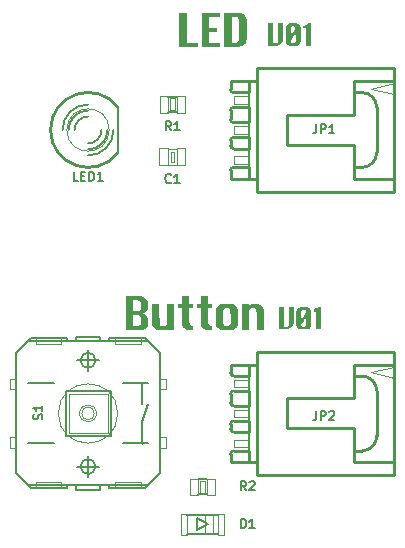
<source format=gto>
G04 (created by PCBNEW (2013-03-19 BZR 4004)-stable) date 2015/1/6 10:08:28*
%MOIN*%
G04 Gerber Fmt 3.4, Leading zero omitted, Abs format*
%FSLAX34Y34*%
G01*
G70*
G90*
G04 APERTURE LIST*
%ADD10C,0*%
%ADD11C,0.0026*%
%ADD12C,0.01*%
%ADD13C,0.005*%
%ADD14C,0.002*%
%ADD15C,0.006*%
%ADD16C,0.0001*%
%ADD17C,0.003*%
%ADD18C,0.001*%
%ADD19C,0.008*%
%ADD20C,0.004*%
G04 APERTURE END LIST*
G54D10*
G54D11*
X24559Y-14229D02*
X24559Y-14479D01*
X24559Y-14479D02*
X25059Y-14479D01*
X25059Y-14229D02*
X25059Y-14479D01*
X24559Y-14229D02*
X25059Y-14229D01*
X24559Y-15229D02*
X24559Y-15479D01*
X24559Y-15479D02*
X25059Y-15479D01*
X25059Y-15229D02*
X25059Y-15479D01*
X24559Y-15229D02*
X25059Y-15229D01*
X24559Y-16229D02*
X24559Y-16479D01*
X24559Y-16479D02*
X25059Y-16479D01*
X25059Y-16229D02*
X25059Y-16479D01*
X24559Y-16229D02*
X25059Y-16229D01*
G54D12*
X29871Y-17416D02*
X29871Y-16979D01*
X29871Y-16979D02*
X29871Y-13292D01*
X29871Y-13292D02*
X25309Y-13292D01*
X28559Y-14854D02*
X26309Y-14854D01*
X26309Y-14854D02*
X26309Y-15854D01*
X26309Y-15854D02*
X28559Y-15854D01*
X29871Y-13729D02*
X28559Y-13729D01*
X28559Y-13729D02*
X28559Y-14104D01*
X28559Y-14104D02*
X28559Y-14854D01*
X28559Y-15854D02*
X28559Y-16604D01*
X28559Y-16604D02*
X28559Y-16979D01*
X28559Y-16979D02*
X29871Y-16979D01*
X28559Y-14104D02*
X28809Y-14104D01*
X29309Y-14604D02*
X29309Y-16104D01*
X28809Y-16604D02*
X28559Y-16604D01*
X25309Y-13292D02*
X25309Y-17416D01*
X25309Y-17416D02*
X29871Y-17416D01*
X25309Y-13729D02*
X25059Y-13729D01*
X25059Y-13729D02*
X24434Y-13729D01*
X25059Y-13729D02*
X25059Y-14104D01*
G54D13*
X25059Y-14104D02*
X25059Y-14604D01*
G54D12*
X25059Y-14604D02*
X25059Y-15104D01*
G54D13*
X25059Y-15104D02*
X25059Y-15604D01*
G54D12*
X25059Y-15604D02*
X25059Y-15979D01*
X25059Y-14104D02*
X24534Y-14104D01*
X24434Y-14004D02*
X24434Y-13729D01*
X25059Y-14604D02*
X24534Y-14604D01*
X25059Y-15104D02*
X24534Y-15104D01*
X24434Y-15004D02*
X24434Y-14704D01*
X25059Y-15604D02*
X24534Y-15604D01*
X24434Y-15704D02*
X24434Y-15879D01*
X24534Y-15979D02*
X25059Y-15979D01*
X24434Y-16979D02*
X25059Y-16979D01*
X25059Y-16979D02*
X25309Y-16979D01*
G54D13*
X25059Y-15979D02*
X25059Y-16604D01*
G54D12*
X25059Y-16604D02*
X25059Y-16979D01*
X25059Y-16604D02*
X24534Y-16604D01*
X24434Y-16704D02*
X24434Y-16979D01*
G54D14*
X29871Y-13792D02*
X29121Y-13980D01*
X29121Y-13980D02*
X29871Y-14167D01*
X29871Y-14167D02*
X29871Y-13792D01*
G54D12*
X29309Y-14604D02*
G75*
G03X28809Y-14104I-500J0D01*
G74*
G01*
X28809Y-16604D02*
G75*
G03X29309Y-16104I0J500D01*
G74*
G01*
X24434Y-14004D02*
G75*
G03X24534Y-14104I100J0D01*
G74*
G01*
X24534Y-14604D02*
G75*
G03X24434Y-14704I0J-100D01*
G74*
G01*
X24434Y-15004D02*
G75*
G03X24534Y-15104I100J0D01*
G74*
G01*
X24534Y-15604D02*
G75*
G03X24434Y-15704I0J-100D01*
G74*
G01*
X24434Y-15879D02*
G75*
G03X24534Y-15979I100J0D01*
G74*
G01*
X24534Y-16604D02*
G75*
G03X24434Y-16704I0J-100D01*
G74*
G01*
G54D11*
X22660Y-14775D02*
X22915Y-14775D01*
X22915Y-14775D02*
X22915Y-14224D01*
X22660Y-14224D02*
X22915Y-14224D01*
X22660Y-14775D02*
X22660Y-14224D01*
X22080Y-14775D02*
X22336Y-14775D01*
X22336Y-14775D02*
X22336Y-14224D01*
X22080Y-14224D02*
X22336Y-14224D01*
X22080Y-14775D02*
X22080Y-14224D01*
X22422Y-14696D02*
X22578Y-14696D01*
X22578Y-14696D02*
X22578Y-14304D01*
X22422Y-14304D02*
X22578Y-14304D01*
X22422Y-14696D02*
X22422Y-14304D01*
G54D15*
X22339Y-14250D02*
X22661Y-14250D01*
X22339Y-14750D02*
X22661Y-14750D01*
G54D11*
X23660Y-27525D02*
X23915Y-27525D01*
X23915Y-27525D02*
X23915Y-26974D01*
X23660Y-26974D02*
X23915Y-26974D01*
X23660Y-27525D02*
X23660Y-26974D01*
X23080Y-27525D02*
X23336Y-27525D01*
X23336Y-27525D02*
X23336Y-26974D01*
X23080Y-26974D02*
X23336Y-26974D01*
X23080Y-27525D02*
X23080Y-26974D01*
X23422Y-27446D02*
X23578Y-27446D01*
X23578Y-27446D02*
X23578Y-27054D01*
X23422Y-27054D02*
X23578Y-27054D01*
X23422Y-27446D02*
X23422Y-27054D01*
G54D15*
X23339Y-27000D02*
X23661Y-27000D01*
X23339Y-27500D02*
X23661Y-27500D01*
G54D16*
G36*
X23352Y-12575D02*
X22727Y-12575D01*
X22727Y-11450D01*
X22977Y-11450D01*
X22977Y-12449D01*
X23352Y-12449D01*
X23352Y-12575D01*
X23352Y-12575D01*
X23352Y-12575D01*
G37*
G36*
X24099Y-11450D02*
X24098Y-11513D01*
X24096Y-11575D01*
X23909Y-11575D01*
X23723Y-11575D01*
X23723Y-11763D01*
X23723Y-11950D01*
X23848Y-11950D01*
X23972Y-11950D01*
X23972Y-12013D01*
X23972Y-12075D01*
X23848Y-12075D01*
X23723Y-12075D01*
X23723Y-12262D01*
X23723Y-12449D01*
X23909Y-12449D01*
X24097Y-12449D01*
X24097Y-12512D01*
X24097Y-12575D01*
X23785Y-12575D01*
X23473Y-12575D01*
X23473Y-12013D01*
X23473Y-11450D01*
X23787Y-11450D01*
X24099Y-11450D01*
X24099Y-11450D01*
X24099Y-11450D01*
G37*
G36*
X24971Y-12013D02*
X24971Y-12082D01*
X24971Y-12141D01*
X24971Y-12192D01*
X24971Y-12234D01*
X24971Y-12270D01*
X24970Y-12300D01*
X24970Y-12324D01*
X24969Y-12343D01*
X24968Y-12359D01*
X24967Y-12371D01*
X24966Y-12380D01*
X24965Y-12388D01*
X24963Y-12395D01*
X24962Y-12399D01*
X24954Y-12420D01*
X24943Y-12443D01*
X24936Y-12454D01*
X24920Y-12475D01*
X24900Y-12498D01*
X24876Y-12519D01*
X24854Y-12537D01*
X24834Y-12549D01*
X24823Y-12554D01*
X24813Y-12559D01*
X24802Y-12563D01*
X24790Y-12566D01*
X24776Y-12568D01*
X24760Y-12570D01*
X24739Y-12572D01*
X24720Y-12572D01*
X24720Y-12152D01*
X24720Y-12082D01*
X24720Y-12003D01*
X24720Y-12002D01*
X24719Y-11663D01*
X24705Y-11640D01*
X24690Y-11618D01*
X24673Y-11602D01*
X24652Y-11590D01*
X24627Y-11582D01*
X24594Y-11577D01*
X24554Y-11575D01*
X24540Y-11575D01*
X24471Y-11575D01*
X24471Y-12013D01*
X24471Y-12450D01*
X24550Y-12449D01*
X24580Y-12448D01*
X24603Y-12447D01*
X24619Y-12446D01*
X24631Y-12443D01*
X24641Y-12440D01*
X24651Y-12436D01*
X24654Y-12434D01*
X24678Y-12417D01*
X24699Y-12394D01*
X24713Y-12369D01*
X24716Y-12359D01*
X24717Y-12350D01*
X24718Y-12330D01*
X24719Y-12300D01*
X24720Y-12260D01*
X24720Y-12211D01*
X24720Y-12152D01*
X24720Y-12572D01*
X24714Y-12573D01*
X24683Y-12573D01*
X24646Y-12574D01*
X24601Y-12574D01*
X24548Y-12574D01*
X24490Y-12574D01*
X24221Y-12575D01*
X24221Y-12013D01*
X24221Y-11450D01*
X24495Y-11450D01*
X24769Y-11450D01*
X24802Y-11463D01*
X24837Y-11478D01*
X24868Y-11498D01*
X24898Y-11524D01*
X24904Y-11530D01*
X24927Y-11556D01*
X24943Y-11581D01*
X24956Y-11609D01*
X24961Y-11625D01*
X24963Y-11631D01*
X24965Y-11638D01*
X24966Y-11646D01*
X24967Y-11655D01*
X24968Y-11668D01*
X24969Y-11683D01*
X24970Y-11702D01*
X24970Y-11727D01*
X24971Y-11757D01*
X24971Y-11793D01*
X24971Y-11836D01*
X24971Y-11887D01*
X24971Y-11946D01*
X24971Y-12013D01*
X24971Y-12013D01*
X24971Y-12013D01*
G37*
G54D11*
X17285Y-23653D02*
X17085Y-23653D01*
X17085Y-23653D02*
X17085Y-24003D01*
X17285Y-24003D02*
X17085Y-24003D01*
X17285Y-23653D02*
X17285Y-24003D01*
X17285Y-25603D02*
X17085Y-25603D01*
X17085Y-25603D02*
X17085Y-25953D01*
X17285Y-25953D02*
X17085Y-25953D01*
X17285Y-25603D02*
X17285Y-25953D01*
X22285Y-25603D02*
X22085Y-25603D01*
X22085Y-25603D02*
X22085Y-25953D01*
X22285Y-25953D02*
X22085Y-25953D01*
X22285Y-25603D02*
X22285Y-25953D01*
X22285Y-23653D02*
X22085Y-23653D01*
X22085Y-23653D02*
X22085Y-24003D01*
X22285Y-24003D02*
X22085Y-24003D01*
X22285Y-23653D02*
X22285Y-24003D01*
X18785Y-27103D02*
X17935Y-27103D01*
X17935Y-27103D02*
X17935Y-27303D01*
X18785Y-27303D02*
X17935Y-27303D01*
X18785Y-27103D02*
X18785Y-27303D01*
X21435Y-27103D02*
X20585Y-27103D01*
X20585Y-27103D02*
X20585Y-27303D01*
X21435Y-27303D02*
X20585Y-27303D01*
X21435Y-27103D02*
X21435Y-27303D01*
X18785Y-22303D02*
X17935Y-22303D01*
X17935Y-22303D02*
X17935Y-22503D01*
X18785Y-22503D02*
X17935Y-22503D01*
X18785Y-22303D02*
X18785Y-22503D01*
X21435Y-22303D02*
X20585Y-22303D01*
X20585Y-22303D02*
X20585Y-22503D01*
X21435Y-22503D02*
X20585Y-22503D01*
X21435Y-22303D02*
X21435Y-22503D01*
G54D15*
X20435Y-25553D02*
X18935Y-25553D01*
X18935Y-24053D02*
X18935Y-25553D01*
X18935Y-24053D02*
X20435Y-24053D01*
X20435Y-25553D02*
X20435Y-24053D01*
G54D14*
X20335Y-25453D02*
X19035Y-25453D01*
X19035Y-24153D02*
X19035Y-25453D01*
X19035Y-24153D02*
X20335Y-24153D01*
X20335Y-25453D02*
X20335Y-24153D01*
G54D15*
X20085Y-27203D02*
X20085Y-27353D01*
X20085Y-27203D02*
X19285Y-27203D01*
X20085Y-27353D02*
X19285Y-27353D01*
X19285Y-27353D02*
X19285Y-27203D01*
X17285Y-26803D02*
X17685Y-27203D01*
X17685Y-27203D02*
X18985Y-27203D01*
X17285Y-26803D02*
X17285Y-26303D01*
X17285Y-25253D02*
X17285Y-26303D01*
X17285Y-25253D02*
X17285Y-24353D01*
X17285Y-23303D02*
X17285Y-24353D01*
X17685Y-22403D02*
X17285Y-22803D01*
X17285Y-22803D02*
X17285Y-23303D01*
X22085Y-25253D02*
X22085Y-26303D01*
X22085Y-25253D02*
X22085Y-24353D01*
X22085Y-23303D02*
X22085Y-24353D01*
X22085Y-23303D02*
X22085Y-22803D01*
X22085Y-22803D02*
X21685Y-22403D01*
X21685Y-22403D02*
X20385Y-22403D01*
X21685Y-27203D02*
X20385Y-27203D01*
X21685Y-27203D02*
X22085Y-26803D01*
X22085Y-26803D02*
X22085Y-26303D01*
X20085Y-22253D02*
X19285Y-22253D01*
X20085Y-22253D02*
X20085Y-22403D01*
X19285Y-22403D02*
X19285Y-22253D01*
X17685Y-27203D02*
X17785Y-27303D01*
X17785Y-27303D02*
X18985Y-27303D01*
X18985Y-27303D02*
X18985Y-27203D01*
X18985Y-27203D02*
X19285Y-27203D01*
X20385Y-27303D02*
X20385Y-27203D01*
X20385Y-27203D02*
X20085Y-27203D01*
X20385Y-27303D02*
X21585Y-27303D01*
X21685Y-27203D02*
X21585Y-27303D01*
X20085Y-22403D02*
X19285Y-22403D01*
X19285Y-22403D02*
X18985Y-22403D01*
X20385Y-22403D02*
X20385Y-22303D01*
X20385Y-22403D02*
X20085Y-22403D01*
X20385Y-22303D02*
X21585Y-22303D01*
X21585Y-22303D02*
X21685Y-22403D01*
X18985Y-22403D02*
X18985Y-22303D01*
X18985Y-22403D02*
X17685Y-22403D01*
X17785Y-22303D02*
X18985Y-22303D01*
X17685Y-22403D02*
X17785Y-22303D01*
X21685Y-25803D02*
X21485Y-25803D01*
X18535Y-25803D02*
X17685Y-25803D01*
X21685Y-23803D02*
X21485Y-23803D01*
X18535Y-23803D02*
X17685Y-23803D01*
X21485Y-25803D02*
X21485Y-25103D01*
X21485Y-25803D02*
X20835Y-25803D01*
X21485Y-25103D02*
X21685Y-24503D01*
X21485Y-24503D02*
X21485Y-23803D01*
X21485Y-23803D02*
X20835Y-23803D01*
G54D17*
X20674Y-24803D02*
G75*
G03X20674Y-24803I-989J0D01*
G74*
G01*
G54D18*
X19967Y-24803D02*
G75*
G03X19967Y-24803I-282J0D01*
G74*
G01*
X19897Y-24803D02*
G75*
G03X19897Y-24803I-212J0D01*
G74*
G01*
G54D17*
X21520Y-25803D02*
G75*
G03X21520Y-25803I-35J0D01*
G74*
G01*
X21520Y-23803D02*
G75*
G03X21520Y-23803I-35J0D01*
G74*
G01*
G54D13*
X19935Y-23033D02*
G75*
G03X19935Y-23033I-250J0D01*
G74*
G01*
X20039Y-23033D02*
X19331Y-23033D01*
X19685Y-22678D02*
X19685Y-23389D01*
X19935Y-26573D02*
G75*
G03X19935Y-26573I-250J0D01*
G74*
G01*
X20039Y-26573D02*
X19331Y-26573D01*
X19685Y-26217D02*
X19685Y-26928D01*
G54D11*
X24559Y-23678D02*
X24559Y-23928D01*
X24559Y-23928D02*
X25059Y-23928D01*
X25059Y-23678D02*
X25059Y-23928D01*
X24559Y-23678D02*
X25059Y-23678D01*
X24559Y-24678D02*
X24559Y-24928D01*
X24559Y-24928D02*
X25059Y-24928D01*
X25059Y-24678D02*
X25059Y-24928D01*
X24559Y-24678D02*
X25059Y-24678D01*
X24559Y-25678D02*
X24559Y-25928D01*
X24559Y-25928D02*
X25059Y-25928D01*
X25059Y-25678D02*
X25059Y-25928D01*
X24559Y-25678D02*
X25059Y-25678D01*
G54D12*
X29871Y-26865D02*
X29871Y-26428D01*
X29871Y-26428D02*
X29871Y-22741D01*
X29871Y-22741D02*
X25309Y-22741D01*
X28559Y-24303D02*
X26309Y-24303D01*
X26309Y-24303D02*
X26309Y-25303D01*
X26309Y-25303D02*
X28559Y-25303D01*
X29871Y-23178D02*
X28559Y-23178D01*
X28559Y-23178D02*
X28559Y-23553D01*
X28559Y-23553D02*
X28559Y-24303D01*
X28559Y-25303D02*
X28559Y-26053D01*
X28559Y-26053D02*
X28559Y-26428D01*
X28559Y-26428D02*
X29871Y-26428D01*
X28559Y-23553D02*
X28809Y-23553D01*
X29309Y-24053D02*
X29309Y-25553D01*
X28809Y-26053D02*
X28559Y-26053D01*
X25309Y-22741D02*
X25309Y-26865D01*
X25309Y-26865D02*
X29871Y-26865D01*
X25309Y-23178D02*
X25059Y-23178D01*
X25059Y-23178D02*
X24434Y-23178D01*
X25059Y-23178D02*
X25059Y-23553D01*
G54D13*
X25059Y-23553D02*
X25059Y-24053D01*
G54D12*
X25059Y-24053D02*
X25059Y-24553D01*
G54D13*
X25059Y-24553D02*
X25059Y-25053D01*
G54D12*
X25059Y-25053D02*
X25059Y-25428D01*
X25059Y-23553D02*
X24534Y-23553D01*
X24434Y-23453D02*
X24434Y-23178D01*
X25059Y-24053D02*
X24534Y-24053D01*
X25059Y-24553D02*
X24534Y-24553D01*
X24434Y-24453D02*
X24434Y-24153D01*
X25059Y-25053D02*
X24534Y-25053D01*
X24434Y-25153D02*
X24434Y-25328D01*
X24534Y-25428D02*
X25059Y-25428D01*
X24434Y-26428D02*
X25059Y-26428D01*
X25059Y-26428D02*
X25309Y-26428D01*
G54D13*
X25059Y-25428D02*
X25059Y-26053D01*
G54D12*
X25059Y-26053D02*
X25059Y-26428D01*
X25059Y-26053D02*
X24534Y-26053D01*
X24434Y-26153D02*
X24434Y-26428D01*
G54D14*
X29871Y-23241D02*
X29121Y-23429D01*
X29121Y-23429D02*
X29871Y-23616D01*
X29871Y-23616D02*
X29871Y-23241D01*
G54D12*
X29309Y-24053D02*
G75*
G03X28809Y-23553I-500J0D01*
G74*
G01*
X28809Y-26053D02*
G75*
G03X29309Y-25553I0J500D01*
G74*
G01*
X24434Y-23453D02*
G75*
G03X24534Y-23553I100J0D01*
G74*
G01*
X24534Y-24053D02*
G75*
G03X24434Y-24153I0J-100D01*
G74*
G01*
X24434Y-24453D02*
G75*
G03X24534Y-24553I100J0D01*
G74*
G01*
X24534Y-25053D02*
G75*
G03X24434Y-25153I0J-100D01*
G74*
G01*
X24434Y-25328D02*
G75*
G03X24534Y-25428I100J0D01*
G74*
G01*
X24534Y-26053D02*
G75*
G03X24434Y-26153I0J-100D01*
G74*
G01*
G54D11*
X24230Y-28160D02*
X24009Y-28160D01*
X24009Y-28160D02*
X24009Y-28840D01*
X24230Y-28840D02*
X24009Y-28840D01*
X24230Y-28160D02*
X24230Y-28840D01*
X22991Y-28160D02*
X22770Y-28160D01*
X22770Y-28160D02*
X22770Y-28840D01*
X22991Y-28840D02*
X22770Y-28840D01*
X22991Y-28160D02*
X22991Y-28840D01*
X23840Y-28190D02*
X23600Y-28190D01*
X23600Y-28190D02*
X23600Y-28810D01*
X23840Y-28810D02*
X23600Y-28810D01*
X23840Y-28190D02*
X23840Y-28810D01*
G54D15*
X22980Y-28810D02*
X24020Y-28810D01*
X22980Y-28190D02*
X24020Y-28190D01*
G54D19*
X23304Y-28696D02*
X23696Y-28500D01*
X23696Y-28500D02*
X23304Y-28304D01*
X23304Y-28304D02*
X23304Y-28696D01*
G54D11*
X22929Y-15965D02*
X22634Y-15965D01*
X22634Y-15965D02*
X22634Y-16535D01*
X22929Y-16535D02*
X22634Y-16535D01*
X22929Y-15965D02*
X22929Y-16535D01*
X22360Y-15965D02*
X22065Y-15965D01*
X22065Y-15965D02*
X22065Y-16535D01*
X22360Y-16535D02*
X22065Y-16535D01*
X22360Y-15965D02*
X22360Y-16535D01*
X22539Y-16093D02*
X22461Y-16093D01*
X22461Y-16093D02*
X22461Y-16407D01*
X22539Y-16407D02*
X22461Y-16407D01*
X22539Y-16093D02*
X22539Y-16407D01*
G54D20*
X22650Y-16509D02*
X22350Y-16509D01*
X22640Y-15991D02*
X22350Y-15991D01*
G54D19*
X20685Y-16104D02*
X20685Y-14604D01*
G54D17*
X20392Y-15354D02*
G75*
G03X20392Y-15354I-707J0D01*
G74*
G01*
G54D12*
X20684Y-14603D02*
G75*
G03X20684Y-16104I-999J-750D01*
G74*
G01*
G54D15*
X19685Y-14904D02*
G75*
G03X19235Y-15354I0J-450D01*
G74*
G01*
X19685Y-15804D02*
G75*
G03X20135Y-15354I0J450D01*
G74*
G01*
X19685Y-14704D02*
G75*
G03X19035Y-15354I0J-650D01*
G74*
G01*
X19685Y-16004D02*
G75*
G03X20335Y-15354I0J650D01*
G74*
G01*
X19685Y-14504D02*
G75*
G03X18835Y-15354I0J-850D01*
G74*
G01*
X19685Y-16204D02*
G75*
G03X20535Y-15354I0J850D01*
G74*
G01*
G54D16*
G36*
X26196Y-11800D02*
X26195Y-12061D01*
X26194Y-12110D01*
X26194Y-12153D01*
X26194Y-12190D01*
X26193Y-12222D01*
X26193Y-12249D01*
X26192Y-12272D01*
X26192Y-12292D01*
X26191Y-12307D01*
X26190Y-12320D01*
X26188Y-12331D01*
X26187Y-12341D01*
X26185Y-12349D01*
X26183Y-12356D01*
X26180Y-12363D01*
X26177Y-12370D01*
X26173Y-12378D01*
X26171Y-12382D01*
X26153Y-12414D01*
X26130Y-12445D01*
X26103Y-12474D01*
X26073Y-12498D01*
X26041Y-12519D01*
X26016Y-12530D01*
X26003Y-12535D01*
X25991Y-12539D01*
X25979Y-12542D01*
X25967Y-12544D01*
X25952Y-12546D01*
X25935Y-12548D01*
X25915Y-12549D01*
X25891Y-12549D01*
X25862Y-12549D01*
X25828Y-12549D01*
X25818Y-12550D01*
X25695Y-12550D01*
X25695Y-12175D01*
X25695Y-11800D01*
X25778Y-11800D01*
X25861Y-11800D01*
X25861Y-12134D01*
X25861Y-12467D01*
X25914Y-12466D01*
X25934Y-12465D01*
X25949Y-12464D01*
X25960Y-12464D01*
X25968Y-12462D01*
X25975Y-12460D01*
X25981Y-12457D01*
X25983Y-12456D01*
X25999Y-12445D01*
X26013Y-12430D01*
X26022Y-12413D01*
X26025Y-12407D01*
X26025Y-12401D01*
X26026Y-12389D01*
X26026Y-12370D01*
X26027Y-12344D01*
X26027Y-12312D01*
X26028Y-12275D01*
X26028Y-12231D01*
X26028Y-12181D01*
X26028Y-12125D01*
X26028Y-12098D01*
X26028Y-11800D01*
X26112Y-11800D01*
X26196Y-11800D01*
X26196Y-11800D01*
X26196Y-11800D01*
G37*
G36*
X26774Y-12261D02*
X26774Y-12295D01*
X26773Y-12322D01*
X26773Y-12347D01*
X26773Y-12366D01*
X26773Y-12383D01*
X26772Y-12395D01*
X26772Y-12406D01*
X26771Y-12414D01*
X26770Y-12420D01*
X26769Y-12425D01*
X26768Y-12430D01*
X26767Y-12432D01*
X26760Y-12453D01*
X26750Y-12471D01*
X26737Y-12488D01*
X26721Y-12503D01*
X26695Y-12525D01*
X26667Y-12539D01*
X26647Y-12546D01*
X26638Y-12547D01*
X26625Y-12548D01*
X26607Y-12548D01*
X26607Y-12192D01*
X26607Y-12168D01*
X26607Y-12149D01*
X26606Y-12135D01*
X26606Y-12124D01*
X26606Y-12118D01*
X26605Y-12114D01*
X26604Y-12112D01*
X26604Y-12112D01*
X26604Y-11949D01*
X26602Y-11942D01*
X26597Y-11931D01*
X26591Y-11919D01*
X26584Y-11910D01*
X26582Y-11908D01*
X26567Y-11895D01*
X26548Y-11888D01*
X26525Y-11886D01*
X26504Y-11888D01*
X26486Y-11894D01*
X26469Y-11906D01*
X26465Y-11911D01*
X26459Y-11916D01*
X26455Y-11921D01*
X26452Y-11925D01*
X26449Y-11931D01*
X26447Y-11938D01*
X26445Y-11947D01*
X26444Y-11959D01*
X26443Y-11974D01*
X26442Y-11993D01*
X26442Y-12016D01*
X26441Y-12045D01*
X26441Y-12079D01*
X26441Y-12097D01*
X26440Y-12249D01*
X26522Y-12102D01*
X26538Y-12073D01*
X26553Y-12046D01*
X26566Y-12021D01*
X26578Y-11999D01*
X26588Y-11980D01*
X26596Y-11965D01*
X26601Y-11955D01*
X26604Y-11950D01*
X26604Y-11949D01*
X26604Y-12112D01*
X26603Y-12113D01*
X26602Y-12114D01*
X26601Y-12115D01*
X26598Y-12120D01*
X26593Y-12130D01*
X26584Y-12145D01*
X26574Y-12164D01*
X26561Y-12186D01*
X26548Y-12210D01*
X26533Y-12237D01*
X26519Y-12262D01*
X26443Y-12397D01*
X26448Y-12414D01*
X26457Y-12433D01*
X26471Y-12448D01*
X26489Y-12459D01*
X26509Y-12465D01*
X26531Y-12465D01*
X26548Y-12462D01*
X26569Y-12452D01*
X26586Y-12437D01*
X26596Y-12423D01*
X26605Y-12408D01*
X26606Y-12257D01*
X26606Y-12221D01*
X26607Y-12192D01*
X26607Y-12548D01*
X26607Y-12549D01*
X26585Y-12549D01*
X26560Y-12549D01*
X26535Y-12549D01*
X26508Y-12549D01*
X26483Y-12549D01*
X26458Y-12548D01*
X26437Y-12548D01*
X26419Y-12547D01*
X26405Y-12546D01*
X26398Y-12545D01*
X26398Y-12545D01*
X26369Y-12534D01*
X26343Y-12517D01*
X26319Y-12495D01*
X26300Y-12470D01*
X26289Y-12451D01*
X26276Y-12425D01*
X26276Y-12175D01*
X26276Y-11925D01*
X26289Y-11899D01*
X26306Y-11870D01*
X26329Y-11845D01*
X26356Y-11824D01*
X26387Y-11808D01*
X26395Y-11806D01*
X26400Y-11804D01*
X26406Y-11803D01*
X26414Y-11802D01*
X26426Y-11802D01*
X26442Y-11801D01*
X26462Y-11801D01*
X26487Y-11801D01*
X26518Y-11800D01*
X26524Y-11800D01*
X26555Y-11800D01*
X26580Y-11801D01*
X26600Y-11801D01*
X26616Y-11801D01*
X26628Y-11801D01*
X26637Y-11802D01*
X26644Y-11803D01*
X26650Y-11804D01*
X26655Y-11806D01*
X26661Y-11808D01*
X26681Y-11816D01*
X26696Y-11825D01*
X26711Y-11837D01*
X26723Y-11848D01*
X26742Y-11869D01*
X26756Y-11890D01*
X26766Y-11913D01*
X26767Y-11917D01*
X26768Y-11921D01*
X26769Y-11925D01*
X26770Y-11931D01*
X26771Y-11937D01*
X26772Y-11946D01*
X26772Y-11956D01*
X26773Y-11969D01*
X26773Y-11986D01*
X26773Y-12006D01*
X26774Y-12030D01*
X26774Y-12059D01*
X26774Y-12094D01*
X26774Y-12134D01*
X26774Y-12175D01*
X26774Y-12221D01*
X26774Y-12261D01*
X26774Y-12261D01*
X26774Y-12261D01*
G37*
G36*
X27106Y-12550D02*
X27023Y-12550D01*
X26939Y-12550D01*
X26939Y-12259D01*
X26939Y-11967D01*
X26896Y-11967D01*
X26853Y-11967D01*
X26853Y-11926D01*
X26853Y-11885D01*
X26938Y-11843D01*
X27022Y-11800D01*
X27064Y-11800D01*
X27106Y-11800D01*
X27106Y-12175D01*
X27106Y-12550D01*
X27106Y-12550D01*
X27106Y-12550D01*
G37*
G36*
X26546Y-21250D02*
X26545Y-21511D01*
X26544Y-21560D01*
X26544Y-21603D01*
X26544Y-21640D01*
X26543Y-21672D01*
X26543Y-21699D01*
X26542Y-21722D01*
X26542Y-21742D01*
X26541Y-21757D01*
X26540Y-21770D01*
X26538Y-21781D01*
X26537Y-21791D01*
X26535Y-21799D01*
X26533Y-21806D01*
X26530Y-21813D01*
X26527Y-21820D01*
X26523Y-21828D01*
X26521Y-21832D01*
X26503Y-21864D01*
X26480Y-21895D01*
X26453Y-21924D01*
X26423Y-21948D01*
X26391Y-21969D01*
X26366Y-21980D01*
X26353Y-21985D01*
X26341Y-21989D01*
X26329Y-21992D01*
X26317Y-21994D01*
X26302Y-21996D01*
X26285Y-21998D01*
X26265Y-21999D01*
X26241Y-21999D01*
X26212Y-21999D01*
X26178Y-21999D01*
X26168Y-22000D01*
X26045Y-22000D01*
X26045Y-21625D01*
X26045Y-21250D01*
X26128Y-21250D01*
X26211Y-21250D01*
X26211Y-21584D01*
X26211Y-21917D01*
X26264Y-21916D01*
X26284Y-21915D01*
X26299Y-21914D01*
X26310Y-21914D01*
X26318Y-21912D01*
X26325Y-21910D01*
X26331Y-21907D01*
X26333Y-21906D01*
X26349Y-21895D01*
X26363Y-21880D01*
X26372Y-21863D01*
X26375Y-21857D01*
X26375Y-21851D01*
X26376Y-21839D01*
X26376Y-21820D01*
X26377Y-21794D01*
X26377Y-21762D01*
X26378Y-21725D01*
X26378Y-21681D01*
X26378Y-21631D01*
X26378Y-21575D01*
X26378Y-21548D01*
X26378Y-21250D01*
X26462Y-21250D01*
X26546Y-21250D01*
X26546Y-21250D01*
X26546Y-21250D01*
G37*
G36*
X27124Y-21711D02*
X27124Y-21745D01*
X27123Y-21772D01*
X27123Y-21797D01*
X27123Y-21816D01*
X27123Y-21833D01*
X27122Y-21845D01*
X27122Y-21856D01*
X27121Y-21864D01*
X27120Y-21870D01*
X27119Y-21875D01*
X27118Y-21880D01*
X27117Y-21882D01*
X27110Y-21903D01*
X27100Y-21921D01*
X27087Y-21938D01*
X27071Y-21953D01*
X27045Y-21975D01*
X27017Y-21989D01*
X26997Y-21996D01*
X26988Y-21997D01*
X26975Y-21998D01*
X26957Y-21998D01*
X26957Y-21642D01*
X26957Y-21618D01*
X26957Y-21599D01*
X26956Y-21585D01*
X26956Y-21574D01*
X26956Y-21568D01*
X26955Y-21564D01*
X26954Y-21562D01*
X26954Y-21562D01*
X26954Y-21399D01*
X26952Y-21392D01*
X26947Y-21381D01*
X26941Y-21369D01*
X26934Y-21360D01*
X26932Y-21358D01*
X26917Y-21345D01*
X26898Y-21338D01*
X26875Y-21336D01*
X26854Y-21338D01*
X26836Y-21344D01*
X26819Y-21356D01*
X26815Y-21361D01*
X26809Y-21366D01*
X26805Y-21371D01*
X26802Y-21375D01*
X26799Y-21381D01*
X26797Y-21388D01*
X26795Y-21397D01*
X26794Y-21409D01*
X26793Y-21424D01*
X26792Y-21443D01*
X26792Y-21466D01*
X26791Y-21495D01*
X26791Y-21529D01*
X26791Y-21547D01*
X26790Y-21699D01*
X26872Y-21552D01*
X26888Y-21523D01*
X26903Y-21496D01*
X26916Y-21471D01*
X26928Y-21449D01*
X26938Y-21430D01*
X26946Y-21415D01*
X26951Y-21405D01*
X26954Y-21400D01*
X26954Y-21399D01*
X26954Y-21562D01*
X26953Y-21563D01*
X26952Y-21564D01*
X26951Y-21565D01*
X26948Y-21570D01*
X26943Y-21580D01*
X26934Y-21595D01*
X26924Y-21614D01*
X26911Y-21636D01*
X26898Y-21660D01*
X26883Y-21687D01*
X26869Y-21712D01*
X26793Y-21847D01*
X26798Y-21864D01*
X26807Y-21883D01*
X26821Y-21898D01*
X26839Y-21909D01*
X26859Y-21915D01*
X26881Y-21915D01*
X26898Y-21912D01*
X26919Y-21902D01*
X26936Y-21887D01*
X26946Y-21873D01*
X26955Y-21858D01*
X26956Y-21707D01*
X26956Y-21671D01*
X26957Y-21642D01*
X26957Y-21998D01*
X26957Y-21999D01*
X26935Y-21999D01*
X26910Y-21999D01*
X26885Y-21999D01*
X26858Y-21999D01*
X26833Y-21999D01*
X26808Y-21998D01*
X26787Y-21998D01*
X26769Y-21997D01*
X26755Y-21996D01*
X26748Y-21995D01*
X26748Y-21995D01*
X26719Y-21984D01*
X26693Y-21967D01*
X26669Y-21945D01*
X26650Y-21920D01*
X26639Y-21901D01*
X26626Y-21875D01*
X26626Y-21625D01*
X26626Y-21375D01*
X26639Y-21349D01*
X26656Y-21320D01*
X26679Y-21295D01*
X26706Y-21274D01*
X26737Y-21258D01*
X26745Y-21256D01*
X26750Y-21254D01*
X26756Y-21253D01*
X26764Y-21252D01*
X26776Y-21252D01*
X26792Y-21251D01*
X26812Y-21251D01*
X26837Y-21251D01*
X26868Y-21250D01*
X26874Y-21250D01*
X26905Y-21250D01*
X26930Y-21251D01*
X26950Y-21251D01*
X26966Y-21251D01*
X26978Y-21251D01*
X26987Y-21252D01*
X26994Y-21253D01*
X27000Y-21254D01*
X27005Y-21256D01*
X27011Y-21258D01*
X27031Y-21266D01*
X27046Y-21275D01*
X27061Y-21287D01*
X27073Y-21298D01*
X27092Y-21319D01*
X27106Y-21340D01*
X27116Y-21363D01*
X27117Y-21367D01*
X27118Y-21371D01*
X27119Y-21375D01*
X27120Y-21381D01*
X27121Y-21387D01*
X27122Y-21396D01*
X27122Y-21406D01*
X27123Y-21419D01*
X27123Y-21436D01*
X27123Y-21456D01*
X27124Y-21480D01*
X27124Y-21509D01*
X27124Y-21544D01*
X27124Y-21584D01*
X27124Y-21625D01*
X27124Y-21671D01*
X27124Y-21711D01*
X27124Y-21711D01*
X27124Y-21711D01*
G37*
G36*
X27456Y-22000D02*
X27373Y-22000D01*
X27289Y-22000D01*
X27289Y-21709D01*
X27289Y-21417D01*
X27246Y-21417D01*
X27203Y-21417D01*
X27203Y-21376D01*
X27203Y-21335D01*
X27288Y-21293D01*
X27372Y-21250D01*
X27414Y-21250D01*
X27456Y-21250D01*
X27456Y-21625D01*
X27456Y-22000D01*
X27456Y-22000D01*
X27456Y-22000D01*
G37*
G36*
X21696Y-21723D02*
X21696Y-21757D01*
X21694Y-21790D01*
X21692Y-21820D01*
X21688Y-21843D01*
X21686Y-21849D01*
X21668Y-21891D01*
X21642Y-21929D01*
X21609Y-21963D01*
X21570Y-21991D01*
X21528Y-22011D01*
X21508Y-22018D01*
X21500Y-22019D01*
X21488Y-22020D01*
X21471Y-22022D01*
X21449Y-22022D01*
X21445Y-22022D01*
X21445Y-21674D01*
X21445Y-21247D01*
X21445Y-21213D01*
X21445Y-21201D01*
X21444Y-21169D01*
X21443Y-21146D01*
X21442Y-21129D01*
X21440Y-21116D01*
X21438Y-21107D01*
X21434Y-21099D01*
X21429Y-21090D01*
X21429Y-21089D01*
X21410Y-21065D01*
X21383Y-21044D01*
X21354Y-21031D01*
X21353Y-21031D01*
X21341Y-21029D01*
X21321Y-21027D01*
X21296Y-21026D01*
X21269Y-21025D01*
X21264Y-21025D01*
X21195Y-21025D01*
X21195Y-21213D01*
X21195Y-21401D01*
X21277Y-21400D01*
X21307Y-21399D01*
X21329Y-21398D01*
X21345Y-21397D01*
X21357Y-21395D01*
X21366Y-21392D01*
X21375Y-21388D01*
X21382Y-21384D01*
X21407Y-21364D01*
X21427Y-21339D01*
X21440Y-21311D01*
X21441Y-21309D01*
X21443Y-21296D01*
X21444Y-21275D01*
X21445Y-21247D01*
X21445Y-21674D01*
X21444Y-21640D01*
X21440Y-21611D01*
X21435Y-21589D01*
X21427Y-21572D01*
X21415Y-21558D01*
X21400Y-21547D01*
X21388Y-21540D01*
X21378Y-21536D01*
X21368Y-21532D01*
X21357Y-21530D01*
X21342Y-21528D01*
X21322Y-21527D01*
X21294Y-21526D01*
X21279Y-21526D01*
X21195Y-21524D01*
X21195Y-21712D01*
X21195Y-21900D01*
X21274Y-21899D01*
X21306Y-21898D01*
X21329Y-21897D01*
X21346Y-21895D01*
X21359Y-21892D01*
X21369Y-21889D01*
X21372Y-21887D01*
X21397Y-21871D01*
X21419Y-21850D01*
X21434Y-21828D01*
X21437Y-21821D01*
X21440Y-21811D01*
X21442Y-21797D01*
X21443Y-21778D01*
X21444Y-21752D01*
X21445Y-21719D01*
X21445Y-21674D01*
X21445Y-22022D01*
X21421Y-22023D01*
X21385Y-22024D01*
X21342Y-22024D01*
X21291Y-22024D01*
X21231Y-22024D01*
X21214Y-22024D01*
X20946Y-22025D01*
X20946Y-21463D01*
X20946Y-20900D01*
X21219Y-20900D01*
X21493Y-20900D01*
X21527Y-20913D01*
X21561Y-20928D01*
X21591Y-20947D01*
X21620Y-20973D01*
X21628Y-20981D01*
X21650Y-21006D01*
X21667Y-21031D01*
X21680Y-21056D01*
X21688Y-21084D01*
X21693Y-21117D01*
X21695Y-21157D01*
X21695Y-21185D01*
X21694Y-21232D01*
X21691Y-21271D01*
X21684Y-21304D01*
X21674Y-21331D01*
X21660Y-21356D01*
X21642Y-21379D01*
X21633Y-21388D01*
X21608Y-21408D01*
X21581Y-21425D01*
X21547Y-21440D01*
X21510Y-21452D01*
X21491Y-21458D01*
X21480Y-21462D01*
X21478Y-21464D01*
X21483Y-21465D01*
X21486Y-21465D01*
X21507Y-21468D01*
X21533Y-21475D01*
X21560Y-21484D01*
X21584Y-21495D01*
X21587Y-21497D01*
X21615Y-21519D01*
X21642Y-21548D01*
X21664Y-21582D01*
X21681Y-21620D01*
X21688Y-21641D01*
X21692Y-21662D01*
X21695Y-21690D01*
X21696Y-21723D01*
X21696Y-21723D01*
X21696Y-21723D01*
G37*
G36*
X22566Y-22025D02*
X22441Y-22025D01*
X22316Y-22025D01*
X22315Y-21973D01*
X22315Y-21922D01*
X22308Y-21946D01*
X22296Y-21970D01*
X22278Y-21992D01*
X22257Y-22009D01*
X22238Y-22018D01*
X22223Y-22021D01*
X22199Y-22023D01*
X22166Y-22024D01*
X22124Y-22024D01*
X22120Y-22024D01*
X22084Y-22024D01*
X22056Y-22023D01*
X22034Y-22022D01*
X22018Y-22020D01*
X22004Y-22018D01*
X21995Y-22015D01*
X21948Y-21995D01*
X21907Y-21967D01*
X21872Y-21931D01*
X21843Y-21888D01*
X21823Y-21844D01*
X21822Y-21838D01*
X21821Y-21830D01*
X21819Y-21820D01*
X21818Y-21805D01*
X21818Y-21787D01*
X21817Y-21763D01*
X21817Y-21733D01*
X21816Y-21697D01*
X21816Y-21654D01*
X21816Y-21604D01*
X21816Y-21544D01*
X21816Y-21487D01*
X21816Y-21150D01*
X21941Y-21150D01*
X22065Y-21150D01*
X22067Y-21479D01*
X22067Y-21545D01*
X22067Y-21601D01*
X22068Y-21649D01*
X22068Y-21689D01*
X22068Y-21722D01*
X22069Y-21749D01*
X22070Y-21770D01*
X22070Y-21787D01*
X22071Y-21800D01*
X22073Y-21809D01*
X22074Y-21816D01*
X22075Y-21821D01*
X22077Y-21825D01*
X22097Y-21854D01*
X22122Y-21876D01*
X22151Y-21890D01*
X22183Y-21897D01*
X22215Y-21895D01*
X22247Y-21885D01*
X22248Y-21884D01*
X22272Y-21867D01*
X22293Y-21845D01*
X22307Y-21820D01*
X22310Y-21811D01*
X22312Y-21801D01*
X22313Y-21782D01*
X22313Y-21754D01*
X22314Y-21716D01*
X22315Y-21670D01*
X22315Y-21616D01*
X22316Y-21553D01*
X22316Y-21481D01*
X22316Y-21472D01*
X22316Y-21150D01*
X22441Y-21150D01*
X22566Y-21150D01*
X22566Y-21588D01*
X22566Y-22025D01*
X22566Y-22025D01*
X22566Y-22025D01*
G37*
G36*
X23193Y-22025D02*
X23107Y-22024D01*
X23072Y-22024D01*
X23045Y-22023D01*
X23025Y-22022D01*
X23009Y-22019D01*
X22996Y-22016D01*
X22993Y-22015D01*
X22959Y-22002D01*
X22930Y-21986D01*
X22902Y-21965D01*
X22895Y-21958D01*
X22862Y-21921D01*
X22837Y-21880D01*
X22822Y-21840D01*
X22820Y-21832D01*
X22819Y-21822D01*
X22817Y-21811D01*
X22816Y-21796D01*
X22815Y-21778D01*
X22815Y-21755D01*
X22814Y-21726D01*
X22814Y-21691D01*
X22814Y-21649D01*
X22813Y-21598D01*
X22813Y-21542D01*
X22813Y-21275D01*
X22751Y-21275D01*
X22688Y-21275D01*
X22688Y-21213D01*
X22688Y-21150D01*
X22751Y-21150D01*
X22813Y-21150D01*
X22813Y-21025D01*
X22813Y-20900D01*
X22939Y-20900D01*
X23066Y-20900D01*
X23064Y-21025D01*
X23063Y-21150D01*
X23128Y-21150D01*
X23193Y-21150D01*
X23193Y-21213D01*
X23193Y-21275D01*
X23128Y-21275D01*
X23063Y-21275D01*
X23063Y-21519D01*
X23063Y-21569D01*
X23064Y-21616D01*
X23064Y-21660D01*
X23065Y-21700D01*
X23065Y-21735D01*
X23066Y-21763D01*
X23067Y-21783D01*
X23068Y-21794D01*
X23076Y-21825D01*
X23089Y-21850D01*
X23111Y-21870D01*
X23132Y-21883D01*
X23150Y-21891D01*
X23167Y-21897D01*
X23178Y-21899D01*
X23193Y-21899D01*
X23193Y-21962D01*
X23193Y-22025D01*
X23193Y-22025D01*
X23193Y-22025D01*
G37*
G36*
X23818Y-22025D02*
X23732Y-22024D01*
X23697Y-22024D01*
X23670Y-22023D01*
X23650Y-22022D01*
X23634Y-22019D01*
X23621Y-22016D01*
X23618Y-22015D01*
X23584Y-22002D01*
X23555Y-21986D01*
X23527Y-21965D01*
X23520Y-21958D01*
X23487Y-21921D01*
X23462Y-21880D01*
X23447Y-21840D01*
X23445Y-21832D01*
X23444Y-21822D01*
X23442Y-21811D01*
X23441Y-21796D01*
X23440Y-21778D01*
X23440Y-21755D01*
X23439Y-21726D01*
X23439Y-21691D01*
X23439Y-21649D01*
X23439Y-21598D01*
X23439Y-21542D01*
X23438Y-21275D01*
X23376Y-21275D01*
X23313Y-21275D01*
X23313Y-21213D01*
X23313Y-21150D01*
X23376Y-21150D01*
X23438Y-21150D01*
X23438Y-21025D01*
X23438Y-20900D01*
X23565Y-20900D01*
X23691Y-20900D01*
X23689Y-21025D01*
X23688Y-21150D01*
X23753Y-21150D01*
X23818Y-21150D01*
X23818Y-21213D01*
X23818Y-21275D01*
X23753Y-21275D01*
X23688Y-21275D01*
X23688Y-21519D01*
X23688Y-21569D01*
X23689Y-21616D01*
X23689Y-21660D01*
X23690Y-21700D01*
X23690Y-21735D01*
X23691Y-21763D01*
X23692Y-21783D01*
X23693Y-21794D01*
X23701Y-21825D01*
X23715Y-21850D01*
X23736Y-21870D01*
X23758Y-21883D01*
X23776Y-21891D01*
X23792Y-21897D01*
X23804Y-21899D01*
X23818Y-21899D01*
X23818Y-21962D01*
X23818Y-22025D01*
X23818Y-22025D01*
X23818Y-22025D01*
G37*
G36*
X24686Y-21588D02*
X24686Y-21646D01*
X24686Y-21694D01*
X24685Y-21735D01*
X24685Y-21769D01*
X24684Y-21797D01*
X24682Y-21819D01*
X24679Y-21838D01*
X24676Y-21853D01*
X24672Y-21866D01*
X24667Y-21878D01*
X24661Y-21889D01*
X24654Y-21901D01*
X24651Y-21904D01*
X24635Y-21925D01*
X24615Y-21948D01*
X24591Y-21969D01*
X24569Y-21987D01*
X24549Y-21999D01*
X24535Y-22006D01*
X24522Y-22011D01*
X24508Y-22015D01*
X24492Y-22018D01*
X24474Y-22021D01*
X24451Y-22022D01*
X24434Y-22023D01*
X24434Y-21812D01*
X24434Y-21588D01*
X24434Y-21533D01*
X24434Y-21487D01*
X24433Y-21449D01*
X24433Y-21418D01*
X24432Y-21394D01*
X24430Y-21375D01*
X24428Y-21360D01*
X24425Y-21349D01*
X24422Y-21340D01*
X24417Y-21332D01*
X24411Y-21325D01*
X24404Y-21318D01*
X24399Y-21314D01*
X24374Y-21294D01*
X24347Y-21282D01*
X24315Y-21278D01*
X24311Y-21278D01*
X24276Y-21283D01*
X24246Y-21297D01*
X24220Y-21319D01*
X24199Y-21348D01*
X24197Y-21353D01*
X24195Y-21358D01*
X24193Y-21365D01*
X24192Y-21373D01*
X24191Y-21385D01*
X24190Y-21401D01*
X24189Y-21421D01*
X24189Y-21448D01*
X24189Y-21481D01*
X24189Y-21523D01*
X24189Y-21573D01*
X24189Y-21588D01*
X24189Y-21642D01*
X24189Y-21687D01*
X24189Y-21724D01*
X24190Y-21754D01*
X24190Y-21778D01*
X24192Y-21797D01*
X24194Y-21812D01*
X24197Y-21823D01*
X24201Y-21832D01*
X24206Y-21840D01*
X24213Y-21848D01*
X24220Y-21855D01*
X24223Y-21859D01*
X24250Y-21881D01*
X24280Y-21894D01*
X24314Y-21898D01*
X24340Y-21894D01*
X24369Y-21883D01*
X24396Y-21864D01*
X24417Y-21840D01*
X24420Y-21836D01*
X24434Y-21812D01*
X24434Y-22023D01*
X24423Y-22023D01*
X24388Y-22024D01*
X24346Y-22024D01*
X24309Y-22024D01*
X24262Y-22024D01*
X24225Y-22024D01*
X24195Y-22023D01*
X24172Y-22023D01*
X24154Y-22022D01*
X24140Y-22020D01*
X24129Y-22019D01*
X24120Y-22016D01*
X24116Y-22015D01*
X24069Y-21995D01*
X24027Y-21967D01*
X23992Y-21931D01*
X23964Y-21888D01*
X23944Y-21844D01*
X23942Y-21837D01*
X23941Y-21828D01*
X23939Y-21816D01*
X23938Y-21799D01*
X23938Y-21777D01*
X23937Y-21750D01*
X23937Y-21716D01*
X23936Y-21673D01*
X23936Y-21624D01*
X23936Y-21588D01*
X23936Y-21352D01*
X23949Y-21321D01*
X23957Y-21301D01*
X23967Y-21281D01*
X23973Y-21269D01*
X23987Y-21249D01*
X24008Y-21227D01*
X24031Y-21206D01*
X24054Y-21188D01*
X24069Y-21179D01*
X24084Y-21172D01*
X24098Y-21166D01*
X24112Y-21161D01*
X24127Y-21157D01*
X24145Y-21154D01*
X24167Y-21153D01*
X24193Y-21151D01*
X24226Y-21151D01*
X24267Y-21151D01*
X24311Y-21151D01*
X24360Y-21151D01*
X24400Y-21151D01*
X24433Y-21152D01*
X24459Y-21153D01*
X24480Y-21155D01*
X24498Y-21157D01*
X24513Y-21161D01*
X24526Y-21166D01*
X24540Y-21171D01*
X24549Y-21176D01*
X24569Y-21188D01*
X24592Y-21206D01*
X24615Y-21228D01*
X24636Y-21250D01*
X24651Y-21271D01*
X24659Y-21283D01*
X24666Y-21294D01*
X24671Y-21306D01*
X24675Y-21318D01*
X24679Y-21332D01*
X24681Y-21350D01*
X24683Y-21371D01*
X24685Y-21398D01*
X24685Y-21430D01*
X24686Y-21469D01*
X24686Y-21515D01*
X24686Y-21571D01*
X24686Y-21588D01*
X24686Y-21588D01*
X24686Y-21588D01*
G37*
G36*
X25555Y-22025D02*
X25430Y-22025D01*
X25306Y-22025D01*
X25304Y-21693D01*
X25304Y-21627D01*
X25304Y-21569D01*
X25303Y-21520D01*
X25303Y-21478D01*
X25302Y-21444D01*
X25302Y-21415D01*
X25300Y-21392D01*
X25299Y-21374D01*
X25297Y-21360D01*
X25294Y-21349D01*
X25291Y-21341D01*
X25287Y-21334D01*
X25283Y-21328D01*
X25277Y-21322D01*
X25271Y-21316D01*
X25268Y-21314D01*
X25243Y-21294D01*
X25216Y-21282D01*
X25184Y-21278D01*
X25180Y-21278D01*
X25147Y-21282D01*
X25120Y-21293D01*
X25095Y-21314D01*
X25092Y-21316D01*
X25085Y-21323D01*
X25080Y-21329D01*
X25075Y-21335D01*
X25071Y-21342D01*
X25067Y-21350D01*
X25065Y-21360D01*
X25062Y-21373D01*
X25061Y-21390D01*
X25059Y-21412D01*
X25058Y-21439D01*
X25058Y-21471D01*
X25057Y-21511D01*
X25057Y-21557D01*
X25057Y-21613D01*
X25056Y-21676D01*
X25056Y-21696D01*
X25055Y-22025D01*
X24930Y-22025D01*
X24805Y-22025D01*
X24805Y-21588D01*
X24805Y-21150D01*
X24930Y-21150D01*
X25055Y-21150D01*
X25056Y-21202D01*
X25056Y-21253D01*
X25065Y-21230D01*
X25078Y-21201D01*
X25095Y-21181D01*
X25115Y-21166D01*
X25122Y-21162D01*
X25132Y-21158D01*
X25141Y-21155D01*
X25151Y-21153D01*
X25164Y-21152D01*
X25182Y-21151D01*
X25207Y-21151D01*
X25239Y-21151D01*
X25245Y-21151D01*
X25292Y-21151D01*
X25331Y-21153D01*
X25363Y-21157D01*
X25390Y-21164D01*
X25414Y-21173D01*
X25436Y-21186D01*
X25457Y-21202D01*
X25473Y-21216D01*
X25505Y-21250D01*
X25528Y-21285D01*
X25544Y-21322D01*
X25546Y-21326D01*
X25548Y-21332D01*
X25549Y-21339D01*
X25551Y-21348D01*
X25552Y-21358D01*
X25553Y-21371D01*
X25554Y-21389D01*
X25554Y-21410D01*
X25554Y-21436D01*
X25555Y-21469D01*
X25555Y-21508D01*
X25555Y-21555D01*
X25555Y-21610D01*
X25555Y-21673D01*
X25555Y-21690D01*
X25555Y-22025D01*
X25555Y-22025D01*
X25555Y-22025D01*
G37*
G54D13*
X27300Y-15171D02*
X27300Y-15385D01*
X27285Y-15428D01*
X27257Y-15457D01*
X27214Y-15471D01*
X27185Y-15471D01*
X27442Y-15471D02*
X27442Y-15171D01*
X27557Y-15171D01*
X27585Y-15185D01*
X27600Y-15200D01*
X27614Y-15228D01*
X27614Y-15271D01*
X27600Y-15300D01*
X27585Y-15314D01*
X27557Y-15328D01*
X27442Y-15328D01*
X27900Y-15471D02*
X27728Y-15471D01*
X27814Y-15471D02*
X27814Y-15171D01*
X27785Y-15214D01*
X27757Y-15242D01*
X27728Y-15257D01*
X22450Y-15371D02*
X22350Y-15228D01*
X22278Y-15371D02*
X22278Y-15071D01*
X22392Y-15071D01*
X22421Y-15085D01*
X22435Y-15100D01*
X22450Y-15128D01*
X22450Y-15171D01*
X22435Y-15200D01*
X22421Y-15214D01*
X22392Y-15228D01*
X22278Y-15228D01*
X22735Y-15371D02*
X22564Y-15371D01*
X22650Y-15371D02*
X22650Y-15071D01*
X22621Y-15114D01*
X22592Y-15142D01*
X22564Y-15157D01*
X24950Y-27371D02*
X24850Y-27228D01*
X24778Y-27371D02*
X24778Y-27071D01*
X24892Y-27071D01*
X24921Y-27085D01*
X24935Y-27100D01*
X24950Y-27128D01*
X24950Y-27171D01*
X24935Y-27200D01*
X24921Y-27214D01*
X24892Y-27228D01*
X24778Y-27228D01*
X25064Y-27100D02*
X25078Y-27085D01*
X25107Y-27071D01*
X25178Y-27071D01*
X25207Y-27085D01*
X25221Y-27100D01*
X25235Y-27128D01*
X25235Y-27157D01*
X25221Y-27200D01*
X25050Y-27371D01*
X25235Y-27371D01*
X18151Y-25002D02*
X18165Y-24960D01*
X18165Y-24888D01*
X18151Y-24860D01*
X18137Y-24845D01*
X18108Y-24831D01*
X18080Y-24831D01*
X18051Y-24845D01*
X18037Y-24860D01*
X18023Y-24888D01*
X18008Y-24945D01*
X17994Y-24974D01*
X17980Y-24988D01*
X17951Y-25002D01*
X17923Y-25002D01*
X17894Y-24988D01*
X17880Y-24974D01*
X17865Y-24945D01*
X17865Y-24874D01*
X17880Y-24831D01*
X18165Y-24545D02*
X18165Y-24717D01*
X18165Y-24631D02*
X17865Y-24631D01*
X17908Y-24660D01*
X17937Y-24688D01*
X17951Y-24717D01*
X27300Y-24721D02*
X27300Y-24935D01*
X27285Y-24978D01*
X27257Y-25007D01*
X27214Y-25021D01*
X27185Y-25021D01*
X27442Y-25021D02*
X27442Y-24721D01*
X27557Y-24721D01*
X27585Y-24735D01*
X27600Y-24750D01*
X27614Y-24778D01*
X27614Y-24821D01*
X27600Y-24850D01*
X27585Y-24864D01*
X27557Y-24878D01*
X27442Y-24878D01*
X27728Y-24750D02*
X27742Y-24735D01*
X27771Y-24721D01*
X27842Y-24721D01*
X27871Y-24735D01*
X27885Y-24750D01*
X27900Y-24778D01*
X27900Y-24807D01*
X27885Y-24850D01*
X27714Y-25021D01*
X27900Y-25021D01*
X24778Y-28621D02*
X24778Y-28321D01*
X24850Y-28321D01*
X24892Y-28335D01*
X24921Y-28364D01*
X24935Y-28392D01*
X24950Y-28450D01*
X24950Y-28492D01*
X24935Y-28550D01*
X24921Y-28578D01*
X24892Y-28607D01*
X24850Y-28621D01*
X24778Y-28621D01*
X25235Y-28621D02*
X25064Y-28621D01*
X25150Y-28621D02*
X25150Y-28321D01*
X25121Y-28364D01*
X25092Y-28392D01*
X25064Y-28407D01*
X22450Y-17092D02*
X22435Y-17107D01*
X22392Y-17121D01*
X22364Y-17121D01*
X22321Y-17107D01*
X22292Y-17078D01*
X22278Y-17050D01*
X22264Y-16992D01*
X22264Y-16950D01*
X22278Y-16892D01*
X22292Y-16864D01*
X22321Y-16835D01*
X22364Y-16821D01*
X22392Y-16821D01*
X22435Y-16835D01*
X22450Y-16850D01*
X22735Y-17121D02*
X22564Y-17121D01*
X22650Y-17121D02*
X22650Y-16821D01*
X22621Y-16864D01*
X22592Y-16892D01*
X22564Y-16907D01*
X19349Y-17050D02*
X19206Y-17050D01*
X19206Y-16750D01*
X19449Y-16893D02*
X19549Y-16893D01*
X19592Y-17050D02*
X19449Y-17050D01*
X19449Y-16750D01*
X19592Y-16750D01*
X19720Y-17050D02*
X19720Y-16750D01*
X19792Y-16750D01*
X19835Y-16764D01*
X19863Y-16793D01*
X19877Y-16821D01*
X19892Y-16879D01*
X19892Y-16921D01*
X19877Y-16979D01*
X19863Y-17007D01*
X19835Y-17036D01*
X19792Y-17050D01*
X19720Y-17050D01*
X20177Y-17050D02*
X20006Y-17050D01*
X20092Y-17050D02*
X20092Y-16750D01*
X20063Y-16793D01*
X20035Y-16821D01*
X20006Y-16836D01*
M02*

</source>
